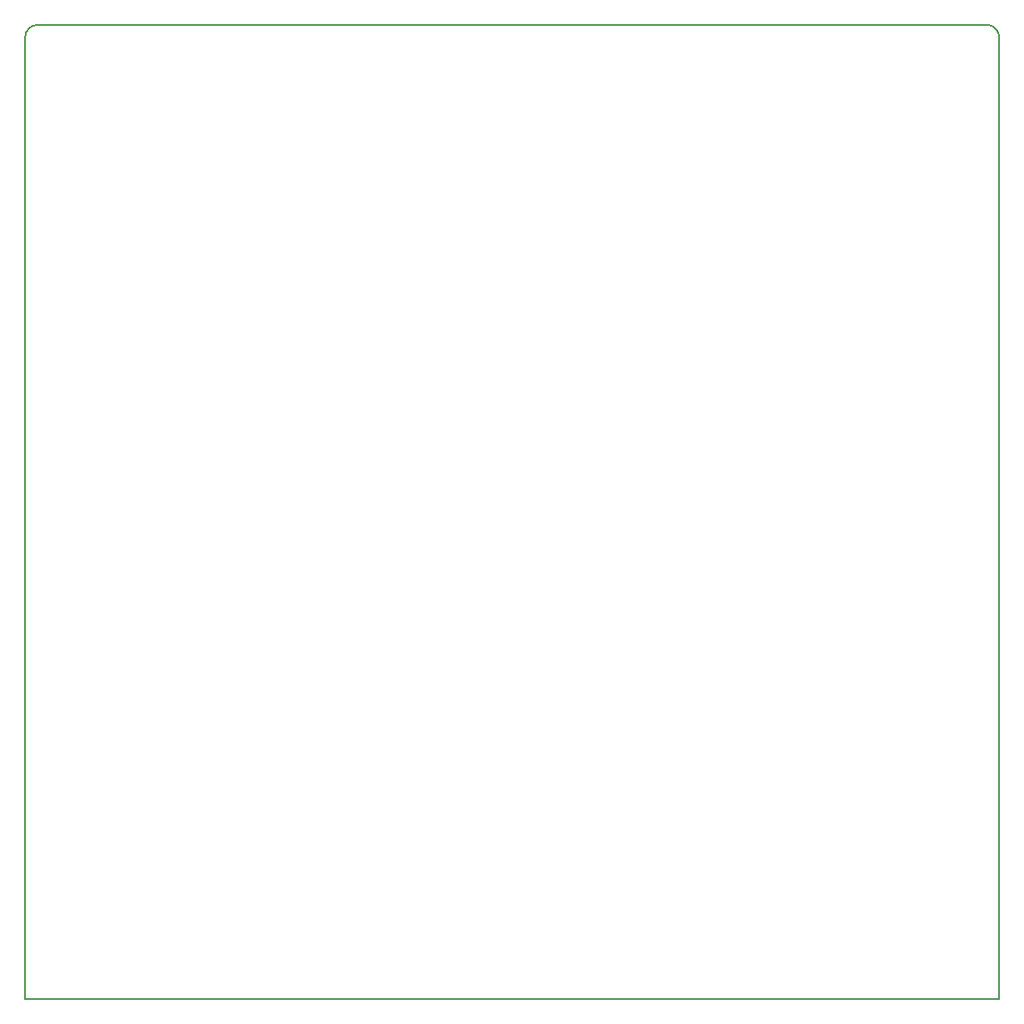
<source format=gm1>
G04 #@! TF.GenerationSoftware,KiCad,Pcbnew,(5.1.5)-3*
G04 #@! TF.CreationDate,2020-03-10T22:42:51+01:00*
G04 #@! TF.ProjectId,PP Arduino,50502041-7264-4756-996e-6f2e6b696361,rev?*
G04 #@! TF.SameCoordinates,Original*
G04 #@! TF.FileFunction,Profile,NP*
%FSLAX46Y46*%
G04 Gerber Fmt 4.6, Leading zero omitted, Abs format (unit mm)*
G04 Created by KiCad (PCBNEW (5.1.5)-3) date 2020-03-10 22:42:51*
%MOMM*%
%LPD*%
G04 APERTURE LIST*
%ADD10C,0.150000*%
G04 APERTURE END LIST*
D10*
X100330000Y-104775000D02*
X100330000Y-92075000D01*
X100330000Y-133350000D02*
X100330000Y-124460000D01*
X199390000Y-52705000D02*
X199390000Y-49530000D01*
X194945000Y-48260000D02*
X198120000Y-48260000D01*
X101600000Y-48260000D02*
X104775000Y-48260000D01*
X100330000Y-49530000D02*
X100330000Y-52705000D01*
X101600000Y-48260000D02*
G75*
G03X100330000Y-49530000I0J-1270000D01*
G01*
X199390000Y-49530000D02*
G75*
G03X198120000Y-48260000I-1270000J0D01*
G01*
X100330000Y-124460000D02*
X100330000Y-123825000D01*
X100330000Y-133985000D02*
X100330000Y-133350000D01*
X100330000Y-133985000D02*
X100330000Y-147320000D01*
X100330000Y-104775000D02*
X100330000Y-123825000D01*
X100330000Y-52705000D02*
X100330000Y-92075000D01*
X104775000Y-48260000D02*
X194945000Y-48260000D01*
X199390000Y-52705000D02*
X199390000Y-147320000D01*
X199390000Y-147320000D02*
X100330000Y-147320000D01*
M02*

</source>
